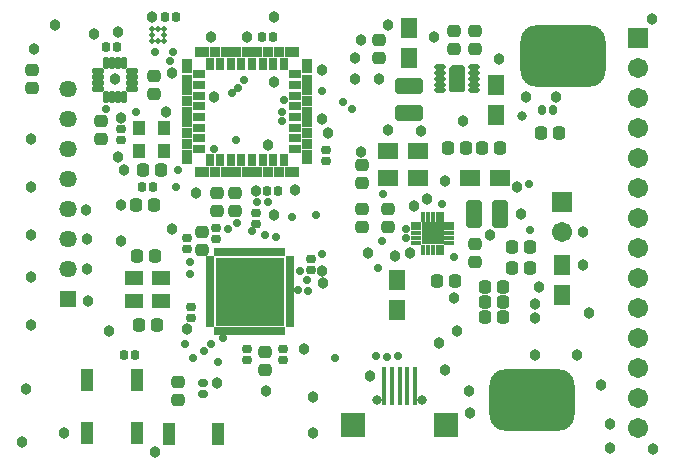
<source format=gts>
G04 Layer_Color=8388736*
%FSLAX25Y25*%
%MOIN*%
G70*
G01*
G75*
%ADD26R,0.05512X0.06693*%
%ADD90R,0.08280X0.08280*%
%ADD91R,0.01784X0.12611*%
G04:AMPARAMS|DCode=92|XSize=42.25mil|YSize=43.83mil|CornerRadius=12.73mil|HoleSize=0mil|Usage=FLASHONLY|Rotation=180.000|XOffset=0mil|YOffset=0mil|HoleType=Round|Shape=RoundedRectangle|*
%AMROUNDEDRECTD92*
21,1,0.04225,0.01836,0,0,180.0*
21,1,0.01678,0.04383,0,0,180.0*
1,1,0.02547,-0.00839,0.00918*
1,1,0.02547,0.00839,0.00918*
1,1,0.02547,0.00839,-0.00918*
1,1,0.02547,-0.00839,-0.00918*
%
%ADD92ROUNDEDRECTD92*%
%ADD93R,0.05800X0.06800*%
G04:AMPARAMS|DCode=94|XSize=28.08mil|YSize=31.62mil|CornerRadius=9.12mil|HoleSize=0mil|Usage=FLASHONLY|Rotation=180.000|XOffset=0mil|YOffset=0mil|HoleType=Round|Shape=RoundedRectangle|*
%AMROUNDEDRECTD94*
21,1,0.02808,0.01338,0,0,180.0*
21,1,0.00984,0.03162,0,0,180.0*
1,1,0.01824,-0.00492,0.00669*
1,1,0.01824,0.00492,0.00669*
1,1,0.01824,0.00492,-0.00669*
1,1,0.01824,-0.00492,-0.00669*
%
%ADD94ROUNDEDRECTD94*%
G04:AMPARAMS|DCode=95|XSize=28.08mil|YSize=31.62mil|CornerRadius=9.12mil|HoleSize=0mil|Usage=FLASHONLY|Rotation=90.000|XOffset=0mil|YOffset=0mil|HoleType=Round|Shape=RoundedRectangle|*
%AMROUNDEDRECTD95*
21,1,0.02808,0.01338,0,0,90.0*
21,1,0.00984,0.03162,0,0,90.0*
1,1,0.01824,0.00669,0.00492*
1,1,0.01824,0.00669,-0.00492*
1,1,0.01824,-0.00669,-0.00492*
1,1,0.01824,-0.00669,0.00492*
%
%ADD95ROUNDEDRECTD95*%
%ADD96R,0.06800X0.05800*%
G04:AMPARAMS|DCode=97|XSize=42.25mil|YSize=43.83mil|CornerRadius=12.73mil|HoleSize=0mil|Usage=FLASHONLY|Rotation=270.000|XOffset=0mil|YOffset=0mil|HoleType=Round|Shape=RoundedRectangle|*
%AMROUNDEDRECTD97*
21,1,0.04225,0.01836,0,0,270.0*
21,1,0.01678,0.04383,0,0,270.0*
1,1,0.02547,-0.00918,-0.00839*
1,1,0.02547,-0.00918,0.00839*
1,1,0.02547,0.00918,0.00839*
1,1,0.02547,0.00918,-0.00839*
%
%ADD97ROUNDEDRECTD97*%
G04:AMPARAMS|DCode=98|XSize=26.11mil|YSize=32.02mil|CornerRadius=8.71mil|HoleSize=0mil|Usage=FLASHONLY|Rotation=270.000|XOffset=0mil|YOffset=0mil|HoleType=Round|Shape=RoundedRectangle|*
%AMROUNDEDRECTD98*
21,1,0.02611,0.01460,0,0,270.0*
21,1,0.00869,0.03202,0,0,270.0*
1,1,0.01742,-0.00730,-0.00435*
1,1,0.01742,-0.00730,0.00435*
1,1,0.01742,0.00730,0.00435*
1,1,0.01742,0.00730,-0.00435*
%
%ADD98ROUNDEDRECTD98*%
G04:AMPARAMS|DCode=99|XSize=26.11mil|YSize=32.02mil|CornerRadius=8.71mil|HoleSize=0mil|Usage=FLASHONLY|Rotation=180.000|XOffset=0mil|YOffset=0mil|HoleType=Round|Shape=RoundedRectangle|*
%AMROUNDEDRECTD99*
21,1,0.02611,0.01460,0,0,180.0*
21,1,0.00869,0.03202,0,0,180.0*
1,1,0.01742,-0.00435,0.00730*
1,1,0.01742,0.00435,0.00730*
1,1,0.01742,0.00435,-0.00730*
1,1,0.01742,-0.00435,-0.00730*
%
%ADD99ROUNDEDRECTD99*%
G04:AMPARAMS|DCode=100|XSize=54.85mil|YSize=95.4mil|CornerRadius=13.84mil|HoleSize=0mil|Usage=FLASHONLY|Rotation=0.000|XOffset=0mil|YOffset=0mil|HoleType=Round|Shape=RoundedRectangle|*
%AMROUNDEDRECTD100*
21,1,0.05485,0.06772,0,0,0.0*
21,1,0.02717,0.09540,0,0,0.0*
1,1,0.02768,0.01359,-0.03386*
1,1,0.02768,-0.01359,-0.03386*
1,1,0.02768,-0.01359,0.03386*
1,1,0.02768,0.01359,0.03386*
%
%ADD100ROUNDEDRECTD100*%
G04:AMPARAMS|DCode=101|XSize=54.85mil|YSize=95.4mil|CornerRadius=13.84mil|HoleSize=0mil|Usage=FLASHONLY|Rotation=90.000|XOffset=0mil|YOffset=0mil|HoleType=Round|Shape=RoundedRectangle|*
%AMROUNDEDRECTD101*
21,1,0.05485,0.06772,0,0,90.0*
21,1,0.02717,0.09540,0,0,90.0*
1,1,0.02768,0.03386,0.01359*
1,1,0.02768,0.03386,-0.01359*
1,1,0.02768,-0.03386,-0.01359*
1,1,0.02768,-0.03386,0.01359*
%
%ADD101ROUNDEDRECTD101*%
%ADD102R,0.03950X0.07493*%
%ADD103R,0.01981X0.02965*%
%ADD104R,0.02965X0.01981*%
%ADD105R,0.22847X0.22847*%
G04:AMPARAMS|DCode=106|XSize=39.89mil|YSize=18.24mil|CornerRadius=6.76mil|HoleSize=0mil|Usage=FLASHONLY|Rotation=0.000|XOffset=0mil|YOffset=0mil|HoleType=Round|Shape=RoundedRectangle|*
%AMROUNDEDRECTD106*
21,1,0.03989,0.00471,0,0,0.0*
21,1,0.02636,0.01824,0,0,0.0*
1,1,0.01353,0.01318,-0.00235*
1,1,0.01353,-0.01318,-0.00235*
1,1,0.01353,-0.01318,0.00235*
1,1,0.01353,0.01318,0.00235*
%
%ADD106ROUNDEDRECTD106*%
%ADD107R,0.05918X0.04934*%
%ADD108R,0.04343X0.04737*%
%ADD109R,0.07296X0.07296*%
%ADD110R,0.01587X0.03556*%
%ADD111R,0.03556X0.01587*%
%ADD112R,0.03359X0.05131*%
%ADD113R,0.03359X0.03359*%
%ADD114R,0.05131X0.03359*%
%ADD115R,0.03359X0.03359*%
%ADD116R,0.04107X0.02769*%
%ADD117R,0.02769X0.04107*%
%ADD118C,0.01981*%
G04:AMPARAMS|DCode=119|XSize=41.86mil|YSize=19.02mil|CornerRadius=6.76mil|HoleSize=0mil|Usage=FLASHONLY|Rotation=90.000|XOffset=0mil|YOffset=0mil|HoleType=Round|Shape=RoundedRectangle|*
%AMROUNDEDRECTD119*
21,1,0.04186,0.00551,0,0,90.0*
21,1,0.02835,0.01902,0,0,90.0*
1,1,0.01351,0.00276,0.01417*
1,1,0.01351,0.00276,-0.01417*
1,1,0.01351,-0.00276,-0.01417*
1,1,0.01351,-0.00276,0.01417*
%
%ADD119ROUNDEDRECTD119*%
G04:AMPARAMS|DCode=120|XSize=41.86mil|YSize=19.02mil|CornerRadius=6.76mil|HoleSize=0mil|Usage=FLASHONLY|Rotation=180.000|XOffset=0mil|YOffset=0mil|HoleType=Round|Shape=RoundedRectangle|*
%AMROUNDEDRECTD120*
21,1,0.04186,0.00551,0,0,180.0*
21,1,0.02835,0.01902,0,0,180.0*
1,1,0.01351,-0.01417,0.00276*
1,1,0.01351,0.01417,0.00276*
1,1,0.01351,0.01417,-0.00276*
1,1,0.01351,-0.01417,-0.00276*
%
%ADD120ROUNDEDRECTD120*%
%ADD121C,0.03300*%
G04:AMPARAMS|DCode=122|XSize=283.59mil|YSize=204.85mil|CornerRadius=53.21mil|HoleSize=0mil|Usage=FLASHONLY|Rotation=0.000|XOffset=0mil|YOffset=0mil|HoleType=Round|Shape=RoundedRectangle|*
%AMROUNDEDRECTD122*
21,1,0.28359,0.09843,0,0,0.0*
21,1,0.17716,0.20485,0,0,0.0*
1,1,0.10642,0.08858,-0.04921*
1,1,0.10642,-0.08858,-0.04921*
1,1,0.10642,-0.08858,0.04921*
1,1,0.10642,0.08858,0.04921*
%
%ADD122ROUNDEDRECTD122*%
%ADD123R,0.06706X0.06706*%
%ADD124C,0.06706*%
%ADD125C,0.05761*%
%ADD126R,0.05761X0.05761*%
%ADD127C,0.02800*%
%ADD128C,0.03800*%
%ADD129C,0.03162*%
G36*
X153759Y131713D02*
X153940Y131670D01*
X154111Y131599D01*
X154269Y131502D01*
X154410Y131381D01*
X154530Y131241D01*
X154627Y131083D01*
X154698Y130911D01*
X154741Y130731D01*
X154756Y123854D01*
X154741Y123669D01*
X154698Y123489D01*
X154627Y123317D01*
X154530Y123159D01*
X154410Y123019D01*
X154269Y122898D01*
X154111Y122801D01*
X153940Y122730D01*
X153759Y122687D01*
X153575Y122672D01*
X150425D01*
X150241Y122687D01*
X150060Y122730D01*
X149889Y122801D01*
X149731Y122898D01*
X149590Y123019D01*
X149470Y123159D01*
X149373Y123317D01*
X149302Y123489D01*
X149259Y123669D01*
X149244Y130546D01*
X150425Y131728D01*
X153575D01*
X153759Y131713D01*
D02*
G37*
D26*
X152000Y127200D02*
D03*
D90*
X148551Y11665D02*
D03*
X117449D02*
D03*
D91*
X138118Y24885D02*
D03*
X135559D02*
D03*
X133000D02*
D03*
X130441D02*
D03*
X127882D02*
D03*
D92*
X45968Y45200D02*
D03*
X52031D02*
D03*
X51531Y68200D02*
D03*
X45469D02*
D03*
X51032Y85200D02*
D03*
X44969D02*
D03*
X167532Y52700D02*
D03*
X161469D02*
D03*
X186031Y109200D02*
D03*
X179969D02*
D03*
X47469Y96700D02*
D03*
X53531D02*
D03*
X155032Y104200D02*
D03*
X148969D02*
D03*
X166532D02*
D03*
X160468D02*
D03*
X145468Y59700D02*
D03*
X151532D02*
D03*
X170468Y71200D02*
D03*
X176532D02*
D03*
X161469Y47700D02*
D03*
X167532D02*
D03*
X176532Y64200D02*
D03*
X170468D02*
D03*
X167532Y57700D02*
D03*
X161469D02*
D03*
D93*
X165000Y115200D02*
D03*
Y125200D02*
D03*
X136000Y144200D02*
D03*
Y134200D02*
D03*
X132000Y50200D02*
D03*
Y60200D02*
D03*
X187000Y65200D02*
D03*
Y55200D02*
D03*
D94*
X88689Y89700D02*
D03*
X92311D02*
D03*
X90811Y141200D02*
D03*
X87189D02*
D03*
X54689Y147700D02*
D03*
X58311D02*
D03*
X44811Y35200D02*
D03*
X41189D02*
D03*
X47189Y91200D02*
D03*
X50811D02*
D03*
X38811Y137700D02*
D03*
X35189D02*
D03*
D95*
X108500Y103511D02*
D03*
Y99889D02*
D03*
X40000Y110511D02*
D03*
Y106889D02*
D03*
X62000Y74011D02*
D03*
Y70389D02*
D03*
X71900Y73689D02*
D03*
Y77311D02*
D03*
X94000Y37011D02*
D03*
Y33389D02*
D03*
X103400Y66911D02*
D03*
Y63289D02*
D03*
X63500Y47389D02*
D03*
Y51011D02*
D03*
X82000Y37011D02*
D03*
Y33389D02*
D03*
X85000Y78889D02*
D03*
Y82511D02*
D03*
D96*
X139000Y94200D02*
D03*
X129000D02*
D03*
X139000Y103200D02*
D03*
X129000D02*
D03*
X156500Y94200D02*
D03*
X166500D02*
D03*
D97*
X158000Y66168D02*
D03*
Y72232D02*
D03*
X67000Y70169D02*
D03*
Y76231D02*
D03*
X88000Y36231D02*
D03*
Y30169D02*
D03*
X126000Y134169D02*
D03*
Y140232D02*
D03*
X72000Y89231D02*
D03*
Y83169D02*
D03*
X120500Y83732D02*
D03*
Y77668D02*
D03*
X129000Y83732D02*
D03*
Y77668D02*
D03*
X120500Y92369D02*
D03*
Y98431D02*
D03*
X78000Y89231D02*
D03*
Y83169D02*
D03*
X59000Y20168D02*
D03*
Y26232D02*
D03*
X151000Y143231D02*
D03*
Y137169D02*
D03*
X158000D02*
D03*
Y143231D02*
D03*
X33500Y113232D02*
D03*
Y107168D02*
D03*
X51000Y128232D02*
D03*
Y122169D02*
D03*
X10500Y130231D02*
D03*
Y124169D02*
D03*
D98*
X67400Y21930D02*
D03*
Y25670D02*
D03*
D99*
X180430Y116900D02*
D03*
X184170D02*
D03*
D100*
X166390Y82200D02*
D03*
X157610D02*
D03*
D101*
X136000Y124590D02*
D03*
Y115810D02*
D03*
D102*
X45268Y26700D02*
D03*
X28732D02*
D03*
X72468Y8900D02*
D03*
X55932D02*
D03*
X45268Y9200D02*
D03*
X28732D02*
D03*
D103*
X72173Y69487D02*
D03*
X74142D02*
D03*
X76110D02*
D03*
X78079D02*
D03*
X80047D02*
D03*
X82016D02*
D03*
X83984D02*
D03*
X85953D02*
D03*
X87921D02*
D03*
X89890D02*
D03*
X91858D02*
D03*
X93827D02*
D03*
Y42913D02*
D03*
X91858D02*
D03*
X89890D02*
D03*
X87921D02*
D03*
X85953D02*
D03*
X83984D02*
D03*
X82016D02*
D03*
X80047D02*
D03*
X78079D02*
D03*
X76110D02*
D03*
X74142D02*
D03*
X72173D02*
D03*
D104*
X96287Y67027D02*
D03*
Y65058D02*
D03*
Y63090D02*
D03*
Y61121D02*
D03*
Y55216D02*
D03*
Y53247D02*
D03*
Y51279D02*
D03*
Y49310D02*
D03*
Y47342D02*
D03*
Y45373D02*
D03*
X69713D02*
D03*
Y47342D02*
D03*
Y49310D02*
D03*
Y51279D02*
D03*
Y53247D02*
D03*
Y55216D02*
D03*
Y57184D02*
D03*
Y59153D02*
D03*
Y61121D02*
D03*
Y63090D02*
D03*
Y65058D02*
D03*
Y67027D02*
D03*
X96287Y59153D02*
D03*
Y57184D02*
D03*
D105*
X83000Y56200D02*
D03*
D106*
X157689Y131137D02*
D03*
Y129168D02*
D03*
Y127200D02*
D03*
Y125232D02*
D03*
Y123263D02*
D03*
X146311D02*
D03*
Y125232D02*
D03*
Y127200D02*
D03*
Y129168D02*
D03*
Y131137D02*
D03*
D107*
X44500Y60700D02*
D03*
X53555D02*
D03*
X44500Y53023D02*
D03*
X53555D02*
D03*
D108*
X46000Y103220D02*
D03*
X54268D02*
D03*
Y110700D02*
D03*
X46000D02*
D03*
D109*
X144000Y75700D02*
D03*
D110*
X142425Y81212D02*
D03*
X140850D02*
D03*
X144000D02*
D03*
X145575D02*
D03*
X147150D02*
D03*
Y70188D02*
D03*
X145575D02*
D03*
X144000D02*
D03*
X142425D02*
D03*
X140850D02*
D03*
D111*
X149512Y78850D02*
D03*
Y77275D02*
D03*
Y75700D02*
D03*
Y74125D02*
D03*
Y72550D02*
D03*
X138488Y72550D02*
D03*
Y74125D02*
D03*
Y75700D02*
D03*
Y77275D02*
D03*
Y78850D02*
D03*
D112*
X62020Y131259D02*
D03*
Y101141D02*
D03*
X101980D02*
D03*
Y131259D02*
D03*
D113*
X62020Y126830D02*
D03*
Y123287D02*
D03*
Y119743D02*
D03*
Y116200D02*
D03*
Y112657D02*
D03*
Y109113D02*
D03*
Y105570D02*
D03*
X101980D02*
D03*
Y109113D02*
D03*
Y112657D02*
D03*
Y116200D02*
D03*
Y119743D02*
D03*
Y123287D02*
D03*
Y126830D02*
D03*
D114*
X97059Y96220D02*
D03*
X66941D02*
D03*
X97059Y136180D02*
D03*
X66941D02*
D03*
D115*
X92630Y96220D02*
D03*
X89087D02*
D03*
X85543D02*
D03*
X82000D02*
D03*
X78457D02*
D03*
X74913D02*
D03*
X71370D02*
D03*
X92630Y136180D02*
D03*
X89087D02*
D03*
X85543D02*
D03*
X82000D02*
D03*
X78457D02*
D03*
X74913D02*
D03*
X71370D02*
D03*
D116*
X65976Y128602D02*
D03*
Y125058D02*
D03*
Y121515D02*
D03*
Y117972D02*
D03*
Y114428D02*
D03*
Y110885D02*
D03*
Y107342D02*
D03*
Y103798D02*
D03*
X98024D02*
D03*
Y107342D02*
D03*
Y110885D02*
D03*
Y114428D02*
D03*
Y117972D02*
D03*
Y121515D02*
D03*
Y125058D02*
D03*
Y128602D02*
D03*
D117*
X69598Y100176D02*
D03*
X73142D02*
D03*
X76685D02*
D03*
X80228D02*
D03*
X83772D02*
D03*
X87315D02*
D03*
X90858D02*
D03*
X94402D02*
D03*
Y132224D02*
D03*
X90858D02*
D03*
X87315D02*
D03*
X83772D02*
D03*
X80228D02*
D03*
X76685D02*
D03*
X73142D02*
D03*
X69598D02*
D03*
D118*
X50532Y141700D02*
D03*
Y139732D02*
D03*
X52500D02*
D03*
X54469D02*
D03*
Y141700D02*
D03*
Y143668D02*
D03*
X52500D02*
D03*
X50532D02*
D03*
D119*
X40953Y132330D02*
D03*
X38984D02*
D03*
X37016D02*
D03*
X35047D02*
D03*
Y121070D02*
D03*
X37016D02*
D03*
X38984D02*
D03*
X40953D02*
D03*
D120*
X32370Y129653D02*
D03*
Y127684D02*
D03*
Y125716D02*
D03*
Y123747D02*
D03*
X43630D02*
D03*
Y125716D02*
D03*
Y127684D02*
D03*
Y129653D02*
D03*
D121*
X140480Y20129D02*
D03*
X125520D02*
D03*
D122*
X187500Y134700D02*
D03*
X177000Y20200D02*
D03*
D123*
X212500Y140700D02*
D03*
X187000Y86200D02*
D03*
D124*
X212500Y130700D02*
D03*
Y120700D02*
D03*
Y110700D02*
D03*
Y100700D02*
D03*
Y90700D02*
D03*
Y80700D02*
D03*
Y70700D02*
D03*
Y60700D02*
D03*
Y50700D02*
D03*
Y40700D02*
D03*
Y30700D02*
D03*
Y20700D02*
D03*
Y10700D02*
D03*
X187000Y76200D02*
D03*
D125*
X22500Y123700D02*
D03*
Y113700D02*
D03*
Y103700D02*
D03*
Y93700D02*
D03*
Y83700D02*
D03*
Y73700D02*
D03*
Y63700D02*
D03*
D126*
Y53700D02*
D03*
D127*
X105000Y81700D02*
D03*
X88000Y75200D02*
D03*
X91680Y74520D02*
D03*
X147000Y85350D02*
D03*
X135000Y74200D02*
D03*
Y77200D02*
D03*
X176000Y92200D02*
D03*
X176532Y76669D02*
D03*
X107108Y123092D02*
D03*
X94500Y120200D02*
D03*
X89000Y86200D02*
D03*
X85500D02*
D03*
X71000Y103700D02*
D03*
X78500Y106700D02*
D03*
X77076Y122276D02*
D03*
X78985Y124185D02*
D03*
X57500Y136200D02*
D03*
X56500Y133200D02*
D03*
X51500Y136200D02*
D03*
X58500Y91200D02*
D03*
X59000Y96700D02*
D03*
X78800Y79100D02*
D03*
X75900Y77200D02*
D03*
X83800Y76300D02*
D03*
X114200Y119300D02*
D03*
X93800Y116200D02*
D03*
X117100Y117100D02*
D03*
X93700Y113100D02*
D03*
X125182Y34682D02*
D03*
X102300Y56400D02*
D03*
X132300Y34635D02*
D03*
X63000Y62200D02*
D03*
X64000Y34200D02*
D03*
X45031Y116200D02*
D03*
X35000Y117200D02*
D03*
X97000Y81200D02*
D03*
X61500Y38700D02*
D03*
X72500Y32700D02*
D03*
X151000Y67700D02*
D03*
X63000Y66200D02*
D03*
X81000Y126700D02*
D03*
X111500Y34200D02*
D03*
X125700Y64200D02*
D03*
X127200Y73000D02*
D03*
X127500Y88700D02*
D03*
X107200Y68900D02*
D03*
X99700Y63200D02*
D03*
X102000Y60000D02*
D03*
X99200Y56800D02*
D03*
X128800Y34300D02*
D03*
X74138Y40800D02*
D03*
X67900Y36300D02*
D03*
X70000Y38700D02*
D03*
D128*
X101000Y37200D02*
D03*
X21000Y9200D02*
D03*
X29000Y53200D02*
D03*
X50500Y147700D02*
D03*
X57000Y77200D02*
D03*
X118000Y134200D02*
D03*
Y127200D02*
D03*
X109000Y109200D02*
D03*
X65000Y89200D02*
D03*
X163000Y75200D02*
D03*
X148000Y93200D02*
D03*
X185000Y121200D02*
D03*
X175000D02*
D03*
X148000Y30200D02*
D03*
X126000Y127200D02*
D03*
X131500Y68200D02*
D03*
X151000Y54200D02*
D03*
X11000Y137200D02*
D03*
X154000Y113200D02*
D03*
X173500Y82200D02*
D03*
X91000Y147700D02*
D03*
X85000Y89700D02*
D03*
X39000Y142700D02*
D03*
X41000Y96700D02*
D03*
X62000Y43700D02*
D03*
X120100Y102700D02*
D03*
X107300Y59200D02*
D03*
X40000Y114200D02*
D03*
X82000Y141200D02*
D03*
X57000Y129200D02*
D03*
X71000Y121200D02*
D03*
X40000Y85200D02*
D03*
X55000Y116200D02*
D03*
X39000Y101200D02*
D03*
X28800Y73700D02*
D03*
X28700Y63700D02*
D03*
X123000Y28200D02*
D03*
X194000Y65200D02*
D03*
Y76200D02*
D03*
X142000Y87200D02*
D03*
X172000Y91200D02*
D03*
X129000Y110200D02*
D03*
X120000Y140200D02*
D03*
X129000Y145200D02*
D03*
X166000Y133700D02*
D03*
X179300Y57600D02*
D03*
X107000Y130200D02*
D03*
X91000Y126200D02*
D03*
X70000Y141200D02*
D03*
X89000Y105200D02*
D03*
X31000Y142200D02*
D03*
X38000Y127200D02*
D03*
X98000Y90200D02*
D03*
X91000Y81700D02*
D03*
X10000Y107200D02*
D03*
X104000Y9200D02*
D03*
Y21200D02*
D03*
X200000Y25200D02*
D03*
X203000Y12200D02*
D03*
X88500Y23200D02*
D03*
X7000Y6200D02*
D03*
X18000Y145200D02*
D03*
X203000Y4200D02*
D03*
X156500Y15700D02*
D03*
X217500Y3900D02*
D03*
X40000Y73200D02*
D03*
X10000Y91200D02*
D03*
X8500Y23700D02*
D03*
X51500Y2700D02*
D03*
X10000Y75200D02*
D03*
X156000Y23200D02*
D03*
X192000Y35200D02*
D03*
X178000D02*
D03*
X196000Y49200D02*
D03*
X217000Y147200D02*
D03*
X10000Y61200D02*
D03*
X146000Y39200D02*
D03*
X152000Y43200D02*
D03*
X10000Y45200D02*
D03*
X36000Y43200D02*
D03*
X72000Y25700D02*
D03*
X144500Y141200D02*
D03*
X136500Y69200D02*
D03*
X144000Y75700D02*
D03*
X122500Y69200D02*
D03*
X137800Y84700D02*
D03*
X107000Y113700D02*
D03*
X83000Y56200D02*
D03*
X79000Y61700D02*
D03*
X88000D02*
D03*
X78500Y50700D02*
D03*
X140200Y109700D02*
D03*
X107200Y63000D02*
D03*
X28500Y83500D02*
D03*
X178000Y52000D02*
D03*
X178100Y47400D02*
D03*
D129*
X173900Y114600D02*
D03*
X88000Y50600D02*
D03*
M02*

</source>
